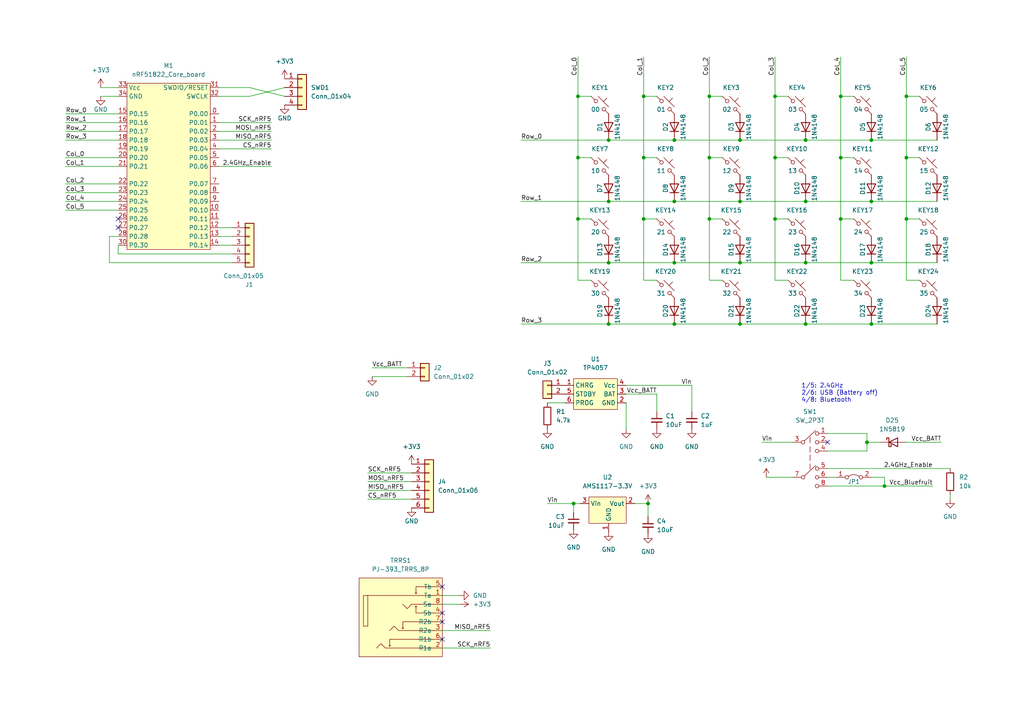
<source format=kicad_sch>
(kicad_sch (version 20211123) (generator eeschema)
  (paper "A4")
  (lib_symbols
    (symbol "Connector_Generic:Conn_01x02" (pin_names (offset 1.016) hide)
      (property "Reference" "J" (at 0 2.54 0))
      (property "Value" "Conn_01x02" (at 0 -5.08 0))
      (symbol "Conn_01x02_1_1"
        (rectangle (start -1.27 -2.413) (end 0 -2.667) (stroke (width 0.1524)))
        (rectangle (start -1.27 0.127) (end 0 -0.127) (stroke (width 0.1524)))
        (rectangle (start -1.27 1.27) (end 1.27 -3.81) (stroke (width 0.254)) (fill (type background)))
        (pin passive line (at -5.08 0 0) (length 3.81) (name "Pin_1") (number "1"))
        (pin passive line (at -5.08 -2.54 0) (length 3.81) (name "Pin_2") (number "2"))
      )
    )
    (symbol "Connector_Generic:Conn_01x04" (pin_names (offset 1.016) hide)
      (property "Reference" "J" (at 0 5.08 0))
      (property "Value" "Conn_01x04" (at 0 -7.62 0))
      (symbol "Conn_01x04_1_1"
        (rectangle (start -1.27 -4.953) (end 0 -5.207) (stroke (width 0.1524)))
        (rectangle (start -1.27 -2.413) (end 0 -2.667) (stroke (width 0.1524)))
        (rectangle (start -1.27 0.127) (end 0 -0.127) (stroke (width 0.1524)))
        (rectangle (start -1.27 2.667) (end 0 2.413) (stroke (width 0.1524)))
        (rectangle (start -1.27 3.81) (end 1.27 -6.35) (stroke (width 0.254)) (fill (type background)))
        (pin passive line (at -5.08 2.54 0) (length 3.81) (name "Pin_1") (number "1"))
        (pin passive line (at -5.08 0 0) (length 3.81) (name "Pin_2") (number "2"))
        (pin passive line (at -5.08 -2.54 0) (length 3.81) (name "Pin_3") (number "3"))
        (pin passive line (at -5.08 -5.08 0) (length 3.81) (name "Pin_4") (number "4"))
      )
    )
    (symbol "Connector_Generic:Conn_01x05" (pin_names (offset 1.016) hide)
      (property "Reference" "J" (at 0 7.62 0))
      (property "Value" "Conn_01x05" (at 0 -7.62 0))
      (symbol "Conn_01x05_1_1"
        (rectangle (start -1.27 -4.953) (end 0 -5.207) (stroke (width 0.1524)))
        (rectangle (start -1.27 -2.413) (end 0 -2.667) (stroke (width 0.1524)))
        (rectangle (start -1.27 0.127) (end 0 -0.127) (stroke (width 0.1524)))
        (rectangle (start -1.27 2.667) (end 0 2.413) (stroke (width 0.1524)))
        (rectangle (start -1.27 5.207) (end 0 4.953) (stroke (width 0.1524)))
        (rectangle (start -1.27 6.35) (end 1.27 -6.35) (stroke (width 0.254)) (fill (type background)))
        (pin passive line (at -5.08 5.08 0) (length 3.81) (name "Pin_1") (number "1"))
        (pin passive line (at -5.08 2.54 0) (length 3.81) (name "Pin_2") (number "2"))
        (pin passive line (at -5.08 0 0) (length 3.81) (name "Pin_3") (number "3"))
        (pin passive line (at -5.08 -2.54 0) (length 3.81) (name "Pin_4") (number "4"))
        (pin passive line (at -5.08 -5.08 0) (length 3.81) (name "Pin_5") (number "5"))
      )
    )
    (symbol "Connector_Generic:Conn_01x06" (pin_names (offset 1.016) hide)
      (property "Reference" "J" (at 0 7.62 0))
      (property "Value" "Conn_01x06" (at 0 -10.16 0))
      (symbol "Conn_01x06_1_1"
        (rectangle (start -1.27 -7.493) (end 0 -7.747) (stroke (width 0.1524)))
        (rectangle (start -1.27 -4.953) (end 0 -5.207) (stroke (width 0.1524)))
        (rectangle (start -1.27 -2.413) (end 0 -2.667) (stroke (width 0.1524)))
        (rectangle (start -1.27 0.127) (end 0 -0.127) (stroke (width 0.1524)))
        (rectangle (start -1.27 2.667) (end 0 2.413) (stroke (width 0.1524)))
        (rectangle (start -1.27 5.207) (end 0 4.953) (stroke (width 0.1524)))
        (rectangle (start -1.27 6.35) (end 1.27 -8.89) (stroke (width 0.254)) (fill (type background)))
        (pin passive line (at -5.08 5.08 0) (length 3.81) (name "Pin_1") (number "1"))
        (pin passive line (at -5.08 2.54 0) (length 3.81) (name "Pin_2") (number "2"))
        (pin passive line (at -5.08 0 0) (length 3.81) (name "Pin_3") (number "3"))
        (pin passive line (at -5.08 -2.54 0) (length 3.81) (name "Pin_4") (number "4"))
        (pin passive line (at -5.08 -5.08 0) (length 3.81) (name "Pin_5") (number "5"))
        (pin passive line (at -5.08 -7.62 0) (length 3.81) (name "Pin_6") (number "6"))
      )
    )
    (symbol "Device:C_Small" (pin_numbers hide) (pin_names (offset 0.254) hide)
      (property "Reference" "C" (at 0.254 1.778 0))
      (property "Value" "C_Small" (at 0.254 -2.032 0))
      (symbol "C_Small_0_1"
        (polyline (pts (xy -1.524 -0.508) (xy 1.524 -0.508)) (stroke (width 0.3302)))
        (polyline (pts (xy -1.524 0.508) (xy 1.524 0.508)) (stroke (width 0.3048)))
      )
      (symbol "C_Small_1_1"
        (pin passive line (at 0 2.54 270) (length 2.032) (name "~") (number "1"))
        (pin passive line (at 0 -2.54 90) (length 2.032) (name "~") (number "2"))
      )
    )
    (symbol "Device:R" (pin_numbers hide) (pin_names (offset 0))
      (property "Reference" "R" (at 2.032 0 90))
      (property "Value" "R" (at 0 0 90))
      (symbol "R_0_1"
        (rectangle (start -1.016 -2.54) (end 1.016 2.54) (stroke (width 0.254)))
      )
      (symbol "R_1_1"
        (pin passive line (at 0 3.81 270) (length 1.27) (name "~") (number "1"))
        (pin passive line (at 0 -3.81 90) (length 1.27) (name "~") (number "2"))
      )
    )
    (symbol "Diode:1N4148" (pin_numbers hide) (pin_names (offset 1.016) hide)
      (property "Reference" "D" (at 0 2.54 0))
      (property "Value" "1N4148" (at 0 -2.54 0))
      (symbol "1N4148_0_1"
        (polyline (pts (xy -1.27 1.27) (xy -1.27 -1.27)) (stroke (width 0.254)))
        (polyline (pts (xy 1.27 0) (xy -1.27 0)))
        (polyline (pts (xy 1.27 1.27) (xy 1.27 -1.27) (xy -1.27 0) (xy 1.27 1.27)) (stroke (width 0.254)))
      )
      (symbol "1N4148_1_1"
        (pin passive line (at -3.81 0 0) (length 2.54) (name "K") (number "1"))
        (pin passive line (at 3.81 0 180) (length 2.54) (name "A") (number "2"))
      )
    )
    (symbol "Diode:1N5819" (pin_numbers hide) (pin_names (offset 1.016) hide)
      (property "Reference" "D" (at 0 2.54 0))
      (property "Value" "1N5819" (at 0 -2.54 0))
      (symbol "1N5819_0_1"
        (polyline (pts (xy 1.27 0) (xy -1.27 0)))
        (polyline (pts (xy 1.27 1.27) (xy 1.27 -1.27) (xy -1.27 0) (xy 1.27 1.27)) (stroke (width 0.254)))
        (polyline (pts (xy -1.905 0.635) (xy -1.905 1.27) (xy -1.27 1.27) (xy -1.27 -1.27) (xy -0.635 -1.27) (xy -0.635 -0.635)) (stroke (width 0.254)))
      )
      (symbol "1N5819_1_1"
        (pin passive line (at -3.81 0 0) (length 2.54) (name "K") (number "1"))
        (pin passive line (at 3.81 0 180) (length 2.54) (name "A") (number "2"))
      )
    )
    (symbol "ErgoSNM_Keybaord_Library:AMS1117-3.3V"
      (property "Reference" "U" (at -5.08 2.54 0))
      (property "Value" "AMS1117-3.3V" (at 0 4.445 0))
      (symbol "AMS1117-3.3V_0_1"
        (rectangle (start -5.715 1.905) (end 5.08 -5.715) (fill (type background)))
      )
      (symbol "AMS1117-3.3V_1_1"
        (pin power_in line (at 0 -8.255 90) (length 2.54) (name "GND") (number "1"))
        (pin power_out line (at 7.62 0 180) (length 2.54) (name "Vout") (number "2"))
        (pin power_in line (at -8.255 0 0) (length 2.54) (name "Vin") (number "3"))
      )
    )
    (symbol "ErgoSNM_Keybaord_Library:PJ-393_TRRS_8P"
      (property "Reference" "TRRS" (at -5.08 -16.51 0))
      (property "Value" "PJ-393_TRRS_8P" (at -3.175 -18.415 0))
      (symbol "PJ-393_TRRS_8P_0_0"
        (pin bidirectional line (at 10.16 -8.89 180) (length 2.54) (name "R1a") (number "2"))
        (pin bidirectional line (at 10.16 -3.81 180) (length 2.54) (name "R2a") (number "3"))
        (pin bidirectional line (at 10.16 1.27 180) (length 2.54) (name "Sb") (number "4"))
        (pin bidirectional line (at 10.16 8.89 180) (length 2.54) (name "Tb") (number "5"))
        (pin bidirectional line (at 10.16 -6.35 180) (length 2.54) (name "R1b") (number "6"))
        (pin bidirectional line (at 10.16 -1.27 180) (length 2.54) (name "R2b") (number "7"))
        (pin bidirectional line (at 10.16 3.81 180) (length 2.54) (name "Sa") (number "8"))
      )
      (symbol "PJ-393_TRRS_8P_0_1"
        (polyline (pts (xy -5.08 -8.382) (xy -5.334 -8.128)))
        (polyline (pts (xy -5.08 -8.382) (xy -5.08 -7.62)))
        (polyline (pts (xy -5.08 -8.382) (xy -4.826 -8.128)))
        (polyline (pts (xy -1.27 -3.302) (xy -1.524 -3.048)))
        (polyline (pts (xy -1.27 -3.302) (xy -1.27 -2.54)))
        (polyline (pts (xy -1.27 -3.302) (xy -1.016 -3.048)))
        (polyline (pts (xy 2.54 3.302) (xy 2.286 3.048)))
        (polyline (pts (xy 2.54 3.302) (xy 2.54 2.54)))
        (polyline (pts (xy 2.54 3.302) (xy 2.794 3.048)))
        (polyline (pts (xy 2.54 6.858) (xy 2.286 7.112)))
        (polyline (pts (xy 2.54 6.858) (xy 2.54 7.62)))
        (polyline (pts (xy 2.54 6.858) (xy 2.794 7.112)))
        (polyline (pts (xy 7.62 3.81) (xy 1.27 3.81)))
        (polyline (pts (xy -12.7 -2.54) (xy -11.43 -2.54) (xy -11.43 6.35)))
        (polyline (pts (xy 1.27 3.81) (xy 0 2.54) (xy -1.27 3.81)))
        (polyline (pts (xy 7.62 -6.35) (xy -5.08 -6.35) (xy -5.08 -7.62)))
        (polyline (pts (xy 7.62 -1.27) (xy -1.27 -1.27) (xy -1.27 -2.54)))
        (polyline (pts (xy 7.62 1.27) (xy 2.54 1.27) (xy 2.54 2.54)))
        (polyline (pts (xy 7.62 6.35) (xy -12.7 6.35) (xy -12.7 -2.54)))
        (polyline (pts (xy 7.62 8.89) (xy 2.54 8.89) (xy 2.54 7.62)))
        (polyline (pts (xy 7.62 -8.89) (xy -6.35 -8.89) (xy -7.62 -7.62) (xy -8.89 -8.89)))
        (polyline (pts (xy 7.62 -3.81) (xy -2.54 -3.81) (xy -3.81 -2.54) (xy -5.08 -3.81)))
        (rectangle (start 10.16 11.43) (end -13.97 -11.43) (fill (type background)))
      )
      (symbol "PJ-393_TRRS_8P_1_1"
        (pin bidirectional line (at 10.16 6.35 180) (length 2.54) (name "Ta") (number "1"))
      )
    )
    (symbol "ErgoSNM_Keybaord_Library:SW_2P3T"
      (property "Reference" "SW2" (at 0 13.97 0))
      (property "Value" "SW_2P3T" (at 0 11.43 0))
      (symbol "SW_2P3T_0_1"
        (circle (center -2.032 -5.08) (radius 0.508))
        (circle (center -2.032 5.08) (radius 0.508))
        (polyline (pts (xy -1.651 -4.699) (xy 1.651 -1.651)))
        (polyline (pts (xy -1.651 5.461) (xy 1.651 8.509)))
        (polyline (pts (xy 0 -1.143) (xy 0 -2.794)))
        (polyline (pts (xy 0 1.397) (xy 0 -0.254)))
        (polyline (pts (xy 0 3.81) (xy 0 2.159)))
        (polyline (pts (xy 0 6.604) (xy 0 4.953)))
        (circle (center 2.032 -7.62) (radius 0.508))
        (circle (center 2.032 -5.08) (radius 0.508))
        (circle (center 2.032 -2.54) (radius 0.508))
        (circle (center 2.032 2.54) (radius 0.508))
        (circle (center 2.032 5.08) (radius 0.508))
        (circle (center 2.032 7.62) (radius 0.508))
      )
      (symbol "SW_2P3T_1_1"
        (pin passive line (at 5.08 7.62 180) (length 2.54) (name "") (number "1"))
        (pin passive line (at 5.08 5.08 180) (length 2.54) (name "") (number "2"))
        (pin passive line (at -5.08 5.08 0) (length 2.54) (name "") (number "3"))
        (pin passive line (at 5.08 2.54 180) (length 2.54) (name "") (number "4"))
        (pin passive line (at 5.08 -2.54 180) (length 2.54) (name "") (number "5"))
        (pin passive line (at 5.08 -5.08 180) (length 2.54) (name "") (number "6"))
        (pin passive line (at -5.08 -5.08 0) (length 2.54) (name "") (number "7"))
        (pin passive line (at 5.08 -7.62 180) (length 2.54) (name "") (number "8"))
      )
    )
    (symbol "ErgoSNM_Keybaord_Library:TP4057"
      (property "Reference" "U" (at 0 -8.255 0))
      (property "Value" "TP4057" (at 0 -5.715 0))
      (symbol "TP4057_0_1"
        (rectangle (start -6.35 4.445) (end 6.35 -4.445) (fill (type background)))
      )
      (symbol "TP4057_1_1"
        (pin output line (at -8.89 2.54 0) (length 2.54) (name "CHRG") (number "1"))
        (pin power_in line (at 8.89 -2.54 180) (length 2.54) (name "GND") (number "2"))
        (pin power_in line (at 8.89 0 180) (length 2.54) (name "BAT") (number "3"))
        (pin power_in line (at 8.89 2.54 180) (length 2.54) (name "Vcc") (number "4"))
        (pin output line (at -8.89 0 0) (length 2.54) (name "STDBY") (number "5"))
        (pin input line (at -8.89 -2.54 0) (length 2.54) (name "PROG") (number "6"))
      )
    )
    (symbol "ErgoSNM_Keybaord_Library:nRF51822_Core_board"
      (property "Reference" "M" (at 0 -25.4 0))
      (property "Value" "nRF51822_Core_board" (at 0 -22.86 0))
      (symbol "nRF51822_Core_board_0_1"
        (rectangle (start -11.43 26.67) (end 12.7 -21.59) (fill (type background)))
      )
      (symbol "nRF51822_Core_board_1_1"
        (pin bidirectional line (at 15.24 17.78 180) (length 2.54) (name "P0.00") (number "0"))
        (pin bidirectional line (at 15.24 15.24 180) (length 2.54) (name "P0.01") (number "1"))
        (pin bidirectional line (at 15.24 -10.16 180) (length 2.54) (name "P0.10") (number "10"))
        (pin bidirectional line (at 15.24 -12.7 180) (length 2.54) (name "P0.11") (number "11"))
        (pin bidirectional line (at 15.24 -15.24 180) (length 2.54) (name "P0.12") (number "12"))
        (pin bidirectional line (at 15.24 -17.78 180) (length 2.54) (name "P0.13") (number "13"))
        (pin bidirectional line (at 15.24 -20.32 180) (length 2.54) (name "P0.14") (number "14"))
        (pin bidirectional line (at -13.97 17.78 0) (length 2.54) (name "P0.15") (number "15"))
        (pin bidirectional line (at -13.97 15.24 0) (length 2.54) (name "P0.16") (number "16"))
        (pin bidirectional line (at -13.97 12.7 0) (length 2.54) (name "P0.17") (number "17"))
        (pin bidirectional line (at -13.97 10.16 0) (length 2.54) (name "P0.18") (number "18"))
        (pin bidirectional line (at -13.97 7.62 0) (length 2.54) (name "P0.19") (number "19"))
        (pin bidirectional line (at 15.24 12.7 180) (length 2.54) (name "P0.02") (number "2"))
        (pin bidirectional line (at -13.97 5.08 0) (length 2.54) (name "P0.20") (number "20"))
        (pin bidirectional line (at -13.97 2.54 0) (length 2.54) (name "P0.21") (number "21"))
        (pin bidirectional line (at -13.97 -2.54 0) (length 2.54) (name "P0.22") (number "22"))
        (pin bidirectional line (at -13.97 -5.08 0) (length 2.54) (name "P0.23") (number "23"))
        (pin bidirectional line (at -13.97 -7.62 0) (length 2.54) (name "P0.24") (number "24"))
        (pin bidirectional line (at -13.97 -10.16 0) (length 2.54) (name "P0.25") (number "25"))
        (pin bidirectional line (at -13.97 -12.7 0) (length 2.54) (name "P0.26") (number "26"))
        (pin bidirectional line (at -13.97 -15.24 0) (length 2.54) (name "P0.27") (number "27"))
        (pin bidirectional line (at -13.97 -17.78 0) (length 2.54) (name "P0.28") (number "28"))
        (pin bidirectional line (at 15.24 10.16 180) (length 2.54) (name "P0.03") (number "3"))
        (pin bidirectional line (at -13.97 -20.32 0) (length 2.54) (name "P0.30") (number "30"))
        (pin bidirectional line (at 15.24 25.4 180) (length 2.54) (name "SWDIO/RESET") (number "31"))
        (pin bidirectional line (at 15.24 22.86 180) (length 2.54) (name "SWCLK") (number "32"))
        (pin power_in line (at -13.97 25.4 0) (length 2.54) (name "Vcc") (number "33"))
        (pin power_in line (at -13.97 22.86 0) (length 2.54) (name "GND") (number "34"))
        (pin bidirectional line (at 15.24 7.62 180) (length 2.54) (name "P0.04") (number "4"))
        (pin bidirectional line (at 15.24 5.08 180) (length 2.54) (name "P0.05") (number "5"))
        (pin bidirectional line (at 15.24 2.54 180) (length 2.54) (name "P0.06") (number "6"))
        (pin bidirectional line (at 15.24 -2.54 180) (length 2.54) (name "P0.07") (number "7"))
        (pin bidirectional line (at 15.24 -5.08 180) (length 2.54) (name "P0.08") (number "8"))
        (pin bidirectional line (at 15.24 -7.62 180) (length 2.54) (name "P0.09") (number "9"))
      )
    )
    (symbol "Jumper:Jumper_2_Bridged" (pin_names (offset 0) hide)
      (property "Reference" "JP" (at 0 1.905 0))
      (property "Value" "Jumper_2_Bridged" (at 0 -2.54 0))
      (symbol "Jumper_2_Bridged_0_0"
        (circle (center -2.032 0) (radius 0.508))
        (circle (center 2.032 0) (radius 0.508))
      )
      (symbol "Jumper_2_Bridged_0_1"
        (arc (start 1.524 0.254) (mid 0 0.762) (end -1.524 0.254))
      )
      (symbol "Jumper_2_Bridged_1_1"
        (pin passive line (at -5.08 0 0) (length 2.54) (name "A") (number "1"))
        (pin passive line (at 5.08 0 180) (length 2.54) (name "B") (number "2"))
      )
    )
    (symbol "Switch:SW_Push_45deg" (pin_numbers hide) (pin_names (offset 1.016) hide)
      (property "Reference" "SW" (at 3.048 1.016 0))
      (property "Value" "SW_Push_45deg" (at 0 -3.81 0))
      (symbol "SW_Push_45deg_0_1"
        (circle (center -1.1684 1.1684) (radius 0.508))
        (polyline (pts (xy -0.508 2.54) (xy 2.54 -0.508)))
        (polyline (pts (xy 1.016 1.016) (xy 2.032 2.032)))
        (polyline (pts (xy -2.54 2.54) (xy -1.524 1.524) (xy -1.524 1.524)))
        (polyline (pts (xy 1.524 -1.524) (xy 2.54 -2.54) (xy 2.54 -2.54) (xy 2.54 -2.54)))
        (circle (center 1.143 -1.1938) (radius 0.508))
        (pin passive line (at -2.54 2.54 0) (length 0) (name "1") (number "1"))
        (pin passive line (at 2.54 -2.54 180) (length 0) (name "2") (number "2"))
      )
    )
    (symbol "power:+3.3V" (power) (pin_names (offset 0))
      (property "Value" "+3.3V" (at 0 3.556 0))
      (symbol "+3.3V_0_1"
        (polyline (pts (xy -0.762 1.27) (xy 0 2.54)))
        (polyline (pts (xy 0 0) (xy 0 2.54)))
        (polyline (pts (xy 0 2.54) (xy 0.762 1.27)))
      )
      (symbol "+3.3V_1_1"
        (pin power_in line (at 0 0 90) (length 0) hide (name "+3V3") (number "1"))
      )
    )
    (symbol "power:GND" (power) (pin_names (offset 0))
      (property "Value" "GND" (at 0 -3.81 0))
      (symbol "GND_0_1"
        (polyline (pts (xy 0 0) (xy 0 -1.27) (xy 1.27 -1.27) (xy 0 -2.54) (xy -1.27 -1.27) (xy 0 -1.27)))
      )
      (symbol "GND_1_1"
        (pin power_in line (at 0 0 270) (length 0) hide (name "GND") (number "1"))
      )
    )
  )
  (junction (at 166.37 146.05))
  (junction (at 214.63 76.2))
  (junction (at 167.64 63.5))
  (junction (at 214.63 93.98))
  (junction (at 243.84 63.5))
  (junction (at 252.73 93.98))
  (junction (at 262.89 63.5))
  (junction (at 186.69 63.5))
  (junction (at 243.84 45.72))
  (junction (at 224.79 27.94))
  (junction (at 186.69 27.94))
  (junction (at 195.58 76.2))
  (junction (at 252.73 40.64))
  (junction (at 224.79 45.72))
  (junction (at 233.68 58.42))
  (junction (at 224.79 63.5))
  (junction (at 205.74 45.72))
  (junction (at 176.53 40.64))
  (junction (at 176.53 93.98))
  (junction (at 214.63 40.64))
  (junction (at 252.73 58.42))
  (junction (at 233.68 40.64))
  (junction (at 205.74 63.5))
  (junction (at 262.89 45.72))
  (junction (at 243.84 27.94))
  (junction (at 205.74 27.94))
  (junction (at 167.64 27.94))
  (junction (at 186.69 45.72))
  (junction (at 176.53 76.2))
  (junction (at 187.96 146.05))
  (junction (at 233.68 93.98))
  (junction (at 262.89 27.94))
  (junction (at 195.58 93.98))
  (junction (at 167.64 45.72))
  (junction (at 233.68 76.2))
  (junction (at 195.58 58.42))
  (junction (at 214.63 58.42))
  (junction (at 252.73 76.2))
  (junction (at 251.46 128.27))
  (junction (at 195.58 40.64))
  (junction (at 256.54 140.97))
  (junction (at 176.53 58.42))
  (no_connect (at 34.29 63.5))
  (no_connect (at 128.27 177.8))
  (no_connect (at 128.27 170.18))
  (no_connect (at 128.27 180.34))
  (no_connect (at 240.03 128.27))
  (no_connect (at 34.29 66.04))
  (no_connect (at 128.27 185.42))
  (wire (pts (xy 142.24 182.88) (xy 128.27 182.88)))
  (wire (pts (xy 151.13 93.98) (xy 176.53 93.98)))
  (wire (pts (xy 151.13 76.2) (xy 176.53 76.2)))
  (wire (pts (xy 228.6 63.5) (xy 224.79 63.5)))
  (wire (pts (xy 181.61 124.46) (xy 181.61 116.84)))
  (wire (pts (xy 106.68 142.24) (xy 119.38 142.24)))
  (wire (pts (xy 205.74 45.72) (xy 205.74 63.5)))
  (wire (pts (xy 240.03 135.89) (xy 275.59 135.89)))
  (wire (pts (xy 266.7 63.5) (xy 262.89 63.5)))
  (wire (pts (xy 270.51 140.97) (xy 256.54 140.97)))
  (wire (pts (xy 195.58 40.64) (xy 214.63 40.64)))
  (wire (pts (xy 209.55 45.72) (xy 205.74 45.72)))
  (wire (pts (xy 19.05 48.26) (xy 34.29 48.26)))
  (wire (pts (xy 214.63 40.64) (xy 233.68 40.64)))
  (wire (pts (xy 133.35 175.26) (xy 128.27 175.26)))
  (wire (pts (xy 190.5 27.94) (xy 186.69 27.94)))
  (wire (pts (xy 171.45 81.28) (xy 167.64 81.28)))
  (wire (pts (xy 222.25 138.43) (xy 229.87 138.43)))
  (wire (pts (xy 252.73 76.2) (xy 271.78 76.2)))
  (wire (pts (xy 19.05 58.42) (xy 34.29 58.42)))
  (wire (pts (xy 176.53 76.2) (xy 195.58 76.2)))
  (wire (pts (xy 158.75 146.05) (xy 166.37 146.05)))
  (wire (pts (xy 243.84 16.51) (xy 243.84 27.94)))
  (wire (pts (xy 63.5 27.94) (xy 72.39 27.94)))
  (wire (pts (xy 186.69 45.72) (xy 186.69 63.5)))
  (wire (pts (xy 255.27 128.27) (xy 251.46 128.27)))
  (wire (pts (xy 214.63 58.42) (xy 233.68 58.42)))
  (wire (pts (xy 78.74 48.26) (xy 63.5 48.26)))
  (wire (pts (xy 107.95 106.68) (xy 118.11 106.68)))
  (wire (pts (xy 240.03 138.43) (xy 242.57 138.43)))
  (wire (pts (xy 224.79 27.94) (xy 224.79 45.72)))
  (wire (pts (xy 142.24 187.96) (xy 128.27 187.96)))
  (wire (pts (xy 72.39 25.4) (xy 82.55 27.94)))
  (wire (pts (xy 243.84 63.5) (xy 243.84 81.28)))
  (wire (pts (xy 233.68 93.98) (xy 252.73 93.98)))
  (wire (pts (xy 168.275 146.05) (xy 166.37 146.05)))
  (wire (pts (xy 247.65 63.5) (xy 243.84 63.5)))
  (wire (pts (xy 214.63 93.98) (xy 233.68 93.98)))
  (wire (pts (xy 19.05 45.72) (xy 34.29 45.72)))
  (wire (pts (xy 19.05 40.64) (xy 34.29 40.64)))
  (wire (pts (xy 200.66 119.38) (xy 200.66 111.76)))
  (wire (pts (xy 67.31 73.66) (xy 34.29 73.66)))
  (wire (pts (xy 171.45 63.5) (xy 167.64 63.5)))
  (wire (pts (xy 63.5 25.4) (xy 72.39 25.4)))
  (wire (pts (xy 166.37 146.05) (xy 166.37 148.59)))
  (wire (pts (xy 19.05 60.96) (xy 34.29 60.96)))
  (wire (pts (xy 186.69 63.5) (xy 186.69 81.28)))
  (wire (pts (xy 251.46 130.81) (xy 251.46 128.27)))
  (wire (pts (xy 106.68 144.78) (xy 119.38 144.78)))
  (wire (pts (xy 233.68 76.2) (xy 252.73 76.2)))
  (wire (pts (xy 256.54 140.97) (xy 256.54 138.43)))
  (wire (pts (xy 262.89 63.5) (xy 262.89 81.28)))
  (wire (pts (xy 167.64 27.94) (xy 167.64 45.72)))
  (wire (pts (xy 205.74 16.51) (xy 205.74 27.94)))
  (wire (pts (xy 167.64 45.72) (xy 167.64 63.5)))
  (wire (pts (xy 67.31 76.2) (xy 31.75 76.2)))
  (wire (pts (xy 167.64 63.5) (xy 167.64 81.28)))
  (wire (pts (xy 252.73 138.43) (xy 256.54 138.43)))
  (wire (pts (xy 220.98 128.27) (xy 229.87 128.27)))
  (wire (pts (xy 251.46 128.27) (xy 251.46 125.73)))
  (wire (pts (xy 31.75 76.2) (xy 31.75 68.58)))
  (wire (pts (xy 186.69 16.51) (xy 186.69 27.94)))
  (wire (pts (xy 72.39 27.94) (xy 82.55 25.4)))
  (wire (pts (xy 247.65 27.94) (xy 243.84 27.94)))
  (wire (pts (xy 167.64 16.51) (xy 167.64 27.94)))
  (wire (pts (xy 266.7 45.72) (xy 262.89 45.72)))
  (wire (pts (xy 19.05 38.1) (xy 34.29 38.1)))
  (wire (pts (xy 158.75 116.84) (xy 163.83 116.84)))
  (wire (pts (xy 181.61 111.76) (xy 200.66 111.76)))
  (wire (pts (xy 209.55 81.28) (xy 205.74 81.28)))
  (wire (pts (xy 63.5 43.18) (xy 78.74 43.18)))
  (wire (pts (xy 67.31 71.12) (xy 63.5 71.12)))
  (wire (pts (xy 187.96 146.05) (xy 187.96 149.86)))
  (wire (pts (xy 252.73 93.98) (xy 271.78 93.98)))
  (wire (pts (xy 29.21 27.94) (xy 34.29 27.94)))
  (wire (pts (xy 240.03 140.97) (xy 256.54 140.97)))
  (wire (pts (xy 205.74 63.5) (xy 205.74 81.28)))
  (wire (pts (xy 151.13 40.64) (xy 176.53 40.64)))
  (wire (pts (xy 228.6 27.94) (xy 224.79 27.94)))
  (wire (pts (xy 31.75 68.58) (xy 34.29 68.58)))
  (wire (pts (xy 233.68 40.64) (xy 252.73 40.64)))
  (wire (pts (xy 176.53 93.98) (xy 195.58 93.98)))
  (wire (pts (xy 29.21 25.4) (xy 34.29 25.4)))
  (wire (pts (xy 19.05 53.34) (xy 34.29 53.34)))
  (wire (pts (xy 190.5 63.5) (xy 186.69 63.5)))
  (wire (pts (xy 106.68 139.7) (xy 119.38 139.7)))
  (wire (pts (xy 243.84 45.72) (xy 243.84 63.5)))
  (wire (pts (xy 240.03 125.73) (xy 251.46 125.73)))
  (wire (pts (xy 262.89 16.51) (xy 262.89 27.94)))
  (wire (pts (xy 190.5 45.72) (xy 186.69 45.72)))
  (wire (pts (xy 240.03 130.81) (xy 251.46 130.81)))
  (wire (pts (xy 266.7 81.28) (xy 262.89 81.28)))
  (wire (pts (xy 176.53 40.64) (xy 195.58 40.64)))
  (wire (pts (xy 181.61 114.3) (xy 190.5 114.3)))
  (wire (pts (xy 67.31 66.04) (xy 63.5 66.04)))
  (wire (pts (xy 63.5 35.56) (xy 78.74 35.56)))
  (wire (pts (xy 247.65 45.72) (xy 243.84 45.72)))
  (wire (pts (xy 190.5 119.38) (xy 190.5 114.3)))
  (wire (pts (xy 262.89 45.72) (xy 262.89 63.5)))
  (wire (pts (xy 273.05 128.27) (xy 262.89 128.27)))
  (wire (pts (xy 133.35 172.72) (xy 128.27 172.72)))
  (wire (pts (xy 171.45 45.72) (xy 167.64 45.72)))
  (wire (pts (xy 243.84 27.94) (xy 243.84 45.72)))
  (wire (pts (xy 224.79 63.5) (xy 224.79 81.28)))
  (wire (pts (xy 209.55 27.94) (xy 205.74 27.94)))
  (wire (pts (xy 107.95 109.22) (xy 118.11 109.22)))
  (wire (pts (xy 63.5 40.64) (xy 78.74 40.64)))
  (wire (pts (xy 195.58 93.98) (xy 214.63 93.98)))
  (wire (pts (xy 228.6 45.72) (xy 224.79 45.72)))
  (wire (pts (xy 209.55 63.5) (xy 205.74 63.5)))
  (wire (pts (xy 247.65 81.28) (xy 243.84 81.28)))
  (wire (pts (xy 195.58 58.42) (xy 214.63 58.42)))
  (wire (pts (xy 176.53 58.42) (xy 195.58 58.42)))
  (wire (pts (xy 190.5 81.28) (xy 186.69 81.28)))
  (wire (pts (xy 262.89 27.94) (xy 262.89 45.72)))
  (wire (pts (xy 252.73 58.42) (xy 271.78 58.42)))
  (wire (pts (xy 233.68 58.42) (xy 252.73 58.42)))
  (wire (pts (xy 252.73 40.64) (xy 271.78 40.64)))
  (wire (pts (xy 228.6 81.28) (xy 224.79 81.28)))
  (wire (pts (xy 214.63 76.2) (xy 233.68 76.2)))
  (wire (pts (xy 224.79 16.51) (xy 224.79 27.94)))
  (wire (pts (xy 19.05 35.56) (xy 34.29 35.56)))
  (wire (pts (xy 19.05 33.02) (xy 34.29 33.02)))
  (wire (pts (xy 19.05 55.88) (xy 34.29 55.88)))
  (wire (pts (xy 195.58 76.2) (xy 214.63 76.2)))
  (wire (pts (xy 34.29 73.66) (xy 34.29 71.12)))
  (wire (pts (xy 151.13 58.42) (xy 176.53 58.42)))
  (wire (pts (xy 266.7 27.94) (xy 262.89 27.94)))
  (wire (pts (xy 275.59 143.51) (xy 275.59 144.78)))
  (wire (pts (xy 205.74 27.94) (xy 205.74 45.72)))
  (wire (pts (xy 186.69 27.94) (xy 186.69 45.72)))
  (wire (pts (xy 63.5 38.1) (xy 78.74 38.1)))
  (wire (pts (xy 67.31 68.58) (xy 63.5 68.58)))
  (wire (pts (xy 171.45 27.94) (xy 167.64 27.94)))
  (wire (pts (xy 106.68 137.16) (xy 119.38 137.16)))
  (wire (pts (xy 224.79 45.72) (xy 224.79 63.5)))
  (wire (pts (xy 184.15 146.05) (xy 187.96 146.05)))
  (text "1/5: 2.4GHz\n2/6: USB (Battery off)\n4/8: Bluetooth" (at 232.41 116.84 0) (effects (font (size 1.27 1.27)) (justify left bottom)))
  (label "Vcc_BATT" (at 273.05 128.27 180))
  (label "SCK_nRF5" (at 106.68 137.16 0))
  (label "2.4GHz_Enable" (at 270.51 135.89 180))
  (label "Row_1" (at 19.05 35.56 0))
  (label "Row_1" (at 151.13 58.42 0))
  (label "MOSI_nRF5" (at 78.74 38.1 180))
  (label "Row_2" (at 19.05 38.1 0))
  (label "CS_nRF5" (at 78.74 43.18 180))
  (label "Col_3" (at 19.05 55.88 0))
  (label "Vcc_BATT" (at 190.5 114.3 180))
  (label "Vcc_Bluefruit" (at 270.51 140.97 180))
  (label "Row_2" (at 151.13 76.2 0))
  (label "Vin" (at 220.98 128.27 0))
  (label "Col_1" (at 19.05 48.26 0))
  (label "Row_0" (at 151.13 40.64 0))
  (label "2.4GHz_Enable" (at 78.74 48.26 180))
  (label "Row_3" (at 19.05 40.64 0))
  (label "SCK_nRF5" (at 142.24 187.96 180))
  (label "Col_4" (at 243.84 16.51 270))
  (label "Col_1" (at 186.69 16.51 270))
  (label "Col_5" (at 262.89 16.51 270))
  (label "Col_4" (at 19.05 58.42 0))
  (label "Col_2" (at 19.05 53.34 0))
  (label "MISO_nRF5" (at 142.24 182.88 180))
  (label "Vin" (at 200.66 111.76 180))
  (label "Vin" (at 158.75 146.05 0))
  (label "Col_2" (at 205.74 16.51 270))
  (label "Col_0" (at 19.05 45.72 0))
  (label "Col_0" (at 167.64 16.51 270))
  (label "Row_3" (at 151.13 93.98 0))
  (label "CS_nRF5" (at 106.68 144.78 0))
  (label "Vcc_BATT" (at 107.95 106.68 0))
  (label "Col_5" (at 19.05 60.96 0))
  (label "SCK_nRF5" (at 78.74 35.56 180))
  (label "MISO_nRF5" (at 78.74 40.64 180))
  (label "Col_3" (at 224.79 16.51 270))
  (label "MOSI_nRF5" (at 106.68 139.7 0))
  (label "MISO_nRF5" (at 106.68 142.24 0))
  (label "Row_0" (at 19.05 33.02 0))
  (symbol (lib_id "power:+3.3V") (at 187.96 146.05 0) (unit 1)
    (property "Reference" "#PWR016" (effects hide))
    (property "Value" "+3.3V" (at 187.96 140.97 0))
  )
  (symbol (lib_id "Diode:1N4148") (at 252.73 72.39 90) (unit 1)
    (property "Reference" "D17" (at 250.19 72.39 0))
    (property "Value" "1N4148" (at 255.27 72.39 0))
    (property "Footprint" "Diode_SMD:D_0603_1608Metric_Pad1.05x0.95mm_HandSolder" (effects hide))
    (property "Datasheet" "https://assets.nexperia.com/documents/data-sheet/1N4148_1N4448.pdf" (effects hide))
  )
  (symbol (lib_id "Device:R") (at 275.59 139.7 0) (unit 1)
    (property "Reference" "R2" (at 278.13 138.4299 0) (effects (justify left)))
    (property "Value" "10k" (at 278.13 140.9699 0) (effects (justify left)))
    (property "Footprint" "Resistor_SMD:R_0603_1608Metric_Pad0.98x0.95mm_HandSolder" (effects hide))
  )
  (symbol (lib_id "ErgoSNM_Keybaord_Library:AMS1117-3.3V") (at 176.53 146.05 0) (unit 1)
    (property "Reference" "U2" (at 176.2125 138.43 0))
    (property "Value" "AMS1117-3.3V" (at 176.2125 140.97 0))
    (property "Footprint" "Package_TO_SOT_SMD:SOT-223" (effects hide))
  )
  (symbol (lib_id "ErgoSNM_Keybaord_Library:TP4057") (at 172.72 114.3 0) (unit 1)
    (property "Reference" "U1" (at 172.72 104.14 0))
    (property "Value" "TP4057" (at 172.72 106.68 0))
    (property "Footprint" "Package_TO_SOT_SMD:SOT-23-6_Handsoldering" (effects hide))
  )
  (symbol (lib_id "power:GND") (at 187.96 154.94 0) (unit 1)
    (property "Reference" "#PWR019" (effects hide))
    (property "Value" "GND" (at 187.96 160.02 0))
  )
  (symbol (lib_id "ErgoSNM_Keybaord_Library:PJ-393_TRRS_8P") (at 118.11 179.07 0) (unit 1)
    (property "Reference" "TRRS1" (at 116.205 162.56 0))
    (property "Value" "PJ-393_TRRS_8P" (at 116.205 165.1 0))
    (property "Footprint" "ErgoSNM_Keybaord:PJ-393" (effects hide))
  )
  (symbol (lib_id "Switch:SW_Push_45deg") (at 269.24 66.04 0) (unit 1)
    (property "Reference" "KEY18" (at 269.24 60.96 0))
    (property "Value" "25" (at 267.97 67.31 0))
    (property "Footprint" "key-switches:MX_Switch_Gateron_socket_A" (effects hide))
  )
  (symbol (lib_id "Diode:1N4148") (at 176.53 36.83 90) (unit 1)
    (property "Reference" "D1" (at 173.99 36.83 0))
    (property "Value" "1N4148" (at 179.07 36.83 0))
    (property "Footprint" "Diode_SMD:D_0603_1608Metric_Pad1.05x0.95mm_HandSolder" (effects hide))
    (property "Datasheet" "https://assets.nexperia.com/documents/data-sheet/1N4148_1N4448.pdf" (effects hide))
  )
  (symbol (lib_id "power:GND") (at 275.59 144.78 0) (unit 1)
    (property "Reference" "#PWR012" (effects hide))
    (property "Value" "GND" (at 275.59 149.86 0))
  )
  (symbol (lib_id "power:GND") (at 82.55 30.48 0) (unit 1)
    (property "Reference" "#PWR04" (effects hide))
    (property "Value" "GND" (at 82.55 34.29 0))
  )
  (symbol (lib_id "power:+3.3V") (at 133.35 175.26 270) (unit 1)
    (property "Reference" "#PWR015" (effects hide))
    (property "Value" "+3.3V" (at 137.16 175.2599 90) (effects (justify left)))
  )
  (symbol (lib_id "Switch:SW_Push_45deg") (at 250.19 83.82 0) (unit 1)
    (property "Reference" "KEY23" (at 250.19 78.74 0))
    (property "Value" "34" (at 248.92 85.09 0))
    (property "Footprint" "key-switches:MX_Switch_Gateron_socket_A" (effects hide))
  )
  (symbol (lib_id "Device:C_Small") (at 190.5 121.92 0) (unit 1)
    (property "Reference" "C1" (at 193.04 120.6562 0) (effects (justify left)))
    (property "Value" "10uF" (at 193.04 123.1962 0) (effects (justify left)))
    (property "Footprint" "Capacitor_SMD:C_0603_1608Metric_Pad1.08x0.95mm_HandSolder" (effects hide))
  )
  (symbol (lib_id "Switch:SW_Push_45deg") (at 193.04 83.82 0) (unit 1)
    (property "Reference" "KEY20" (at 193.04 78.74 0))
    (property "Value" "31" (at 191.77 85.09 0))
    (property "Footprint" "key-switches:MX_Switch_Gateron_socket_A" (effects hide))
  )
  (symbol (lib_id "Diode:1N4148") (at 195.58 90.17 90) (unit 1)
    (property "Reference" "D20" (at 193.04 90.17 0))
    (property "Value" "1N4148" (at 198.12 90.17 0))
    (property "Footprint" "Diode_SMD:D_0603_1608Metric_Pad1.05x0.95mm_HandSolder" (effects hide))
    (property "Datasheet" "https://assets.nexperia.com/documents/data-sheet/1N4148_1N4448.pdf" (effects hide))
  )
  (symbol (lib_id "Switch:SW_Push_45deg") (at 269.24 83.82 0) (unit 1)
    (property "Reference" "KEY24" (at 269.24 78.74 0))
    (property "Value" "35" (at 267.97 85.09 0))
    (property "Footprint" "key-switches:MX_Switch_Gateron_socket_A" (effects hide))
  )
  (symbol (lib_id "Diode:1N4148") (at 176.53 72.39 90) (unit 1)
    (property "Reference" "D13" (at 173.99 72.39 0))
    (property "Value" "1N4148" (at 179.07 72.39 0))
    (property "Footprint" "Diode_SMD:D_0603_1608Metric_Pad1.05x0.95mm_HandSolder" (effects hide))
    (property "Datasheet" "https://assets.nexperia.com/documents/data-sheet/1N4148_1N4448.pdf" (effects hide))
  )
  (symbol (lib_id "Switch:SW_Push_45deg") (at 269.24 48.26 0) (unit 1)
    (property "Reference" "KEY12" (at 269.24 43.18 0))
    (property "Value" "15" (at 267.97 49.53 0))
    (property "Footprint" "key-switches:MX_Switch_Gateron_socket_A" (effects hide))
  )
  (symbol (lib_id "Device:C_Small") (at 187.96 152.4 0) (unit 1)
    (property "Reference" "C4" (at 190.5 151.1362 0) (effects (justify left)))
    (property "Value" "10uF" (at 190.5 153.6762 0) (effects (justify left)))
    (property "Footprint" "Capacitor_SMD:C_0603_1608Metric_Pad1.08x0.95mm_HandSolder" (effects hide))
  )
  (symbol (lib_id "Switch:SW_Push_45deg") (at 250.19 30.48 0) (unit 1)
    (property "Reference" "KEY5" (at 250.19 25.4 0))
    (property "Value" "04" (at 248.92 31.75 0))
    (property "Footprint" "key-switches:MX_Switch_Gateron_socket_A" (effects hide))
  )
  (symbol (lib_id "Switch:SW_Push_45deg") (at 231.14 48.26 0) (unit 1)
    (property "Reference" "KEY10" (at 231.14 43.18 0))
    (property "Value" "13" (at 229.87 49.53 0))
    (property "Footprint" "key-switches:MX_Switch_Gateron_socket_A" (effects hide))
  )
  (symbol (lib_id "power:+3.3V") (at 119.38 134.62 0) (unit 1)
    (property "Reference" "#PWR06" (effects hide))
    (property "Value" "+3.3V" (at 119.38 129.54 0))
  )
  (symbol (lib_id "power:GND") (at 176.53 154.305 0) (unit 1)
    (property "Reference" "#PWR018" (effects hide))
    (property "Value" "GND" (at 176.53 159.385 0))
  )
  (symbol (lib_id "Diode:1N4148") (at 233.68 54.61 90) (unit 1)
    (property "Reference" "D10" (at 231.14 54.61 0))
    (property "Value" "1N4148" (at 236.22 54.61 0))
    (property "Footprint" "Diode_SMD:D_0603_1608Metric_Pad1.05x0.95mm_HandSolder" (effects hide))
    (property "Datasheet" "https://assets.nexperia.com/documents/data-sheet/1N4148_1N4448.pdf" (effects hide))
  )
  (symbol (lib_id "Switch:SW_Push_45deg") (at 212.09 66.04 0) (unit 1)
    (property "Reference" "KEY15" (at 212.09 60.96 0))
    (property "Value" "22" (at 210.82 67.31 0))
    (property "Footprint" "key-switches:MX_Switch_Gateron_socket_A" (effects hide))
  )
  (symbol (lib_id "Switch:SW_Push_45deg") (at 173.99 30.48 0) (unit 1)
    (property "Reference" "KEY1" (at 173.99 25.4 0))
    (property "Value" "00" (at 172.72 31.75 0))
    (property "Footprint" "key-switches:MX_Switch_Gateron_socket_A" (effects hide))
  )
  (symbol (lib_id "Diode:1N4148") (at 252.73 36.83 90) (unit 1)
    (property "Reference" "D5" (at 250.19 36.83 0))
    (property "Value" "1N4148" (at 255.27 36.83 0))
    (property "Footprint" "Diode_SMD:D_0603_1608Metric_Pad1.05x0.95mm_HandSolder" (effects hide))
    (property "Datasheet" "https://assets.nexperia.com/documents/data-sheet/1N4148_1N4448.pdf" (effects hide))
  )
  (symbol (lib_id "Switch:SW_Push_45deg") (at 193.04 66.04 0) (unit 1)
    (property "Reference" "KEY14" (at 193.04 60.96 0))
    (property "Value" "21" (at 191.77 67.31 0))
    (property "Footprint" "key-switches:MX_Switch_Gateron_socket_A" (effects hide))
  )
  (symbol (lib_id "power:+3.3V") (at 82.55 22.86 0) (unit 1)
    (property "Reference" "#PWR01" (effects hide))
    (property "Value" "+3.3V" (at 82.55 17.78 0))
  )
  (symbol (lib_id "Diode:1N4148") (at 214.63 36.83 90) (unit 1)
    (property "Reference" "D3" (at 212.09 36.83 0))
    (property "Value" "1N4148" (at 217.17 36.83 0))
    (property "Footprint" "Diode_SMD:D_0603_1608Metric_Pad1.05x0.95mm_HandSolder" (effects hide))
    (property "Datasheet" "https://assets.nexperia.com/documents/data-sheet/1N4148_1N4448.pdf" (effects hide))
  )
  (symbol (lib_id "Device:C_Small") (at 166.37 151.13 0) (mirror y) (unit 1)
    (property "Reference" "C3" (at 163.83 149.8662 0) (effects (justify left)))
    (property "Value" "10uF" (at 163.83 152.4062 0) (effects (justify left)))
    (property "Footprint" "Capacitor_SMD:C_0603_1608Metric_Pad1.08x0.95mm_HandSolder" (effects hide))
  )
  (symbol (lib_id "Diode:1N4148") (at 195.58 36.83 90) (unit 1)
    (property "Reference" "D2" (at 193.04 36.83 0))
    (property "Value" "1N4148" (at 198.12 36.83 0))
    (property "Footprint" "Diode_SMD:D_0603_1608Metric_Pad1.05x0.95mm_HandSolder" (effects hide))
    (property "Datasheet" "https://assets.nexperia.com/documents/data-sheet/1N4148_1N4448.pdf" (effects hide))
  )
  (symbol (lib_id "power:GND") (at 190.5 124.46 0) (unit 1)
    (property "Reference" "#PWR010" (effects hide))
    (property "Value" "GND" (at 190.5 129.54 0))
  )
  (symbol (lib_id "Diode:1N4148") (at 271.78 90.17 90) (unit 1)
    (property "Reference" "D24" (at 269.24 90.17 0))
    (property "Value" "1N4148" (at 274.32 90.17 0))
    (property "Footprint" "Diode_SMD:D_0603_1608Metric_Pad1.05x0.95mm_HandSolder" (effects hide))
    (property "Datasheet" "https://assets.nexperia.com/documents/data-sheet/1N4148_1N4448.pdf" (effects hide))
  )
  (symbol (lib_id "Switch:SW_Push_45deg") (at 193.04 48.26 0) (unit 1)
    (property "Reference" "KEY8" (at 193.04 43.18 0))
    (property "Value" "11" (at 191.77 49.53 0))
    (property "Footprint" "key-switches:MX_Switch_Gateron_socket_A" (effects hide))
  )
  (symbol (lib_id "Device:R") (at 158.75 120.65 0) (unit 1)
    (property "Reference" "R1" (at 161.29 119.3799 0) (effects (justify left)))
    (property "Value" "4.7k" (at 161.29 121.9199 0) (effects (justify left)))
    (property "Footprint" "Resistor_SMD:R_0603_1608Metric_Pad0.98x0.95mm_HandSolder" (effects hide))
  )
  (symbol (lib_id "power:GND") (at 181.61 124.46 0) (unit 1)
    (property "Reference" "#PWR09" (effects hide))
    (property "Value" "GND" (at 181.61 129.54 0))
  )
  (symbol (lib_id "Diode:1N4148") (at 233.68 36.83 90) (unit 1)
    (property "Reference" "D4" (at 231.14 36.83 0))
    (property "Value" "1N4148" (at 236.22 36.83 0))
    (property "Footprint" "Diode_SMD:D_0603_1608Metric_Pad1.05x0.95mm_HandSolder" (effects hide))
    (property "Datasheet" "https://assets.nexperia.com/documents/data-sheet/1N4148_1N4448.pdf" (effects hide))
  )
  (symbol (lib_id "Switch:SW_Push_45deg") (at 173.99 66.04 0) (unit 1)
    (property "Reference" "KEY13" (at 173.99 60.96 0))
    (property "Value" "20" (at 172.72 67.31 0))
    (property "Footprint" "key-switches:MX_Switch_Gateron_socket_A" (effects hide))
  )
  (symbol (lib_id "power:+3.3V") (at 222.25 138.43 0) (unit 1)
    (property "Reference" "#PWR07" (effects hide))
    (property "Value" "+3.3V" (at 222.25 133.35 0))
  )
  (symbol (lib_id "Connector_Generic:Conn_01x05") (at 72.39 71.12 0) (unit 1)
    (property "Reference" "J1" (at 71.12 82.55 0) (effects (justify left)))
    (property "Value" "Conn_01x05" (at 64.77 80.01 0) (effects (justify left)))
    (property "Footprint" "Connector_PinHeader_2.54mm:PinHeader_1x05_P2.54mm_Vertical" (effects hide))
  )
  (symbol (lib_id "Switch:SW_Push_45deg") (at 250.19 48.26 0) (unit 1)
    (property "Reference" "KEY11" (at 250.19 43.18 0))
    (property "Value" "14" (at 248.92 49.53 0))
    (property "Footprint" "key-switches:MX_Switch_Gateron_socket_A" (effects hide))
  )
  (symbol (lib_id "Connector_Generic:Conn_01x06") (at 124.46 139.7 0) (unit 1)
    (property "Reference" "J4" (at 127 139.6999 0) (effects (justify left)))
    (property "Value" "Conn_01x06" (at 127 142.2399 0) (effects (justify left)))
    (property "Footprint" "Connector_PinHeader_2.54mm:PinHeader_1x06_P2.54mm_Vertical" (effects hide))
  )
  (symbol (lib_id "Diode:1N4148") (at 195.58 72.39 90) (unit 1)
    (property "Reference" "D14" (at 193.04 72.39 0))
    (property "Value" "1N4148" (at 198.12 72.39 0))
    (property "Footprint" "Diode_SMD:D_0603_1608Metric_Pad1.05x0.95mm_HandSolder" (effects hide))
    (property "Datasheet" "https://assets.nexperia.com/documents/data-sheet/1N4148_1N4448.pdf" (effects hide))
  )
  (symbol (lib_id "Diode:1N4148") (at 176.53 90.17 90) (unit 1)
    (property "Reference" "D19" (at 173.99 90.17 0))
    (property "Value" "1N4148" (at 179.07 90.17 0))
    (property "Footprint" "Diode_SMD:D_0603_1608Metric_Pad1.05x0.95mm_HandSolder" (effects hide))
    (property "Datasheet" "https://assets.nexperia.com/documents/data-sheet/1N4148_1N4448.pdf" (effects hide))
  )
  (symbol (lib_id "Diode:1N4148") (at 214.63 54.61 90) (unit 1)
    (property "Reference" "D9" (at 212.09 54.61 0))
    (property "Value" "1N4148" (at 217.17 54.61 0))
    (property "Footprint" "Diode_SMD:D_0603_1608Metric_Pad1.05x0.95mm_HandSolder" (effects hide))
    (property "Datasheet" "https://assets.nexperia.com/documents/data-sheet/1N4148_1N4448.pdf" (effects hide))
  )
  (symbol (lib_id "Diode:1N4148") (at 233.68 90.17 90) (unit 1)
    (property "Reference" "D22" (at 231.14 90.17 0))
    (property "Value" "1N4148" (at 236.22 90.17 0))
    (property "Footprint" "Diode_SMD:D_0603_1608Metric_Pad1.05x0.95mm_HandSolder" (effects hide))
    (property "Datasheet" "https://assets.nexperia.com/documents/data-sheet/1N4148_1N4448.pdf" (effects hide))
  )
  (symbol (lib_id "Switch:SW_Push_45deg") (at 212.09 48.26 0) (unit 1)
    (property "Reference" "KEY9" (at 212.09 43.18 0))
    (property "Value" "12" (at 210.82 49.53 0))
    (property "Footprint" "key-switches:MX_Switch_Gateron_socket_A" (effects hide))
  )
  (symbol (lib_id "Switch:SW_Push_45deg") (at 269.24 30.48 0) (unit 1)
    (property "Reference" "KEY6" (at 269.24 25.4 0))
    (property "Value" "05" (at 267.97 31.75 0))
    (property "Footprint" "key-switches:MX_Switch_Gateron_socket_A" (effects hide))
  )
  (symbol (lib_id "power:GND") (at 158.75 124.46 0) (unit 1)
    (property "Reference" "#PWR08" (effects hide))
    (property "Value" "GND" (at 158.75 129.54 0))
  )
  (symbol (lib_id "Diode:1N4148") (at 271.78 54.61 90) (unit 1)
    (property "Reference" "D12" (at 269.24 54.61 0))
    (property "Value" "1N4148" (at 274.32 54.61 0))
    (property "Footprint" "Diode_SMD:D_0603_1608Metric_Pad1.05x0.95mm_HandSolder" (effects hide))
    (property "Datasheet" "https://assets.nexperia.com/documents/data-sheet/1N4148_1N4448.pdf" (effects hide))
  )
  (symbol (lib_id "ErgoSNM_Keybaord_Library:SW_2P3T") (at 234.95 133.35 0) (unit 1)
    (property "Reference" "SW1" (at 234.95 119.38 0))
    (property "Value" "SW_2P3T" (at 234.95 121.92 0))
    (property "Footprint" "ErgoSNM_Keybaord:MSK-23D20-T" (effects hide))
  )
  (symbol (lib_id "Switch:SW_Push_45deg") (at 212.09 30.48 0) (unit 1)
    (property "Reference" "KEY3" (at 212.09 25.4 0))
    (property "Value" "02" (at 210.82 31.75 0))
    (property "Footprint" "key-switches:MX_Switch_Gateron_socket_A" (effects hide))
  )
  (symbol (lib_id "Switch:SW_Push_45deg") (at 231.14 66.04 0) (unit 1)
    (property "Reference" "KEY16" (at 231.14 60.96 0))
    (property "Value" "23" (at 229.87 67.31 0))
    (property "Footprint" "key-switches:MX_Switch_Gateron_socket_A" (effects hide))
  )
  (symbol (lib_id "Diode:1N4148") (at 195.58 54.61 90) (unit 1)
    (property "Reference" "D8" (at 193.04 54.61 0))
    (property "Value" "1N4148" (at 198.12 54.61 0))
    (property "Footprint" "Diode_SMD:D_0603_1608Metric_Pad1.05x0.95mm_HandSolder" (effects hide))
    (property "Datasheet" "https://assets.nexperia.com/documents/data-sheet/1N4148_1N4448.pdf" (effects hide))
  )
  (symbol (lib_id "Switch:SW_Push_45deg") (at 212.09 83.82 0) (unit 1)
    (property "Reference" "KEY21" (at 212.09 78.74 0))
    (property "Value" "32" (at 210.82 85.09 0))
    (property "Footprint" "key-switches:MX_Switch_Gateron_socket_A" (effects hide))
  )
  (symbol (lib_id "Switch:SW_Push_45deg") (at 231.14 83.82 0) (unit 1)
    (property "Reference" "KEY22" (at 231.14 78.74 0))
    (property "Value" "33" (at 229.87 85.09 0))
    (property "Footprint" "key-switches:MX_Switch_Gateron_socket_A" (effects hide))
  )
  (symbol (lib_id "Diode:1N4148") (at 271.78 36.83 90) (unit 1)
    (property "Reference" "D6" (at 269.24 36.83 0))
    (property "Value" "1N4148" (at 274.32 36.83 0))
    (property "Footprint" "Diode_SMD:D_0603_1608Metric_Pad1.05x0.95mm_HandSolder" (effects hide))
    (property "Datasheet" "https://assets.nexperia.com/documents/data-sheet/1N4148_1N4448.pdf" (effects hide))
  )
  (symbol (lib_id "power:GND") (at 133.35 172.72 90) (unit 1)
    (property "Reference" "#PWR014" (effects hide))
    (property "Value" "GND" (at 137.16 172.7199 90) (effects (justify right)))
  )
  (symbol (lib_id "Diode:1N4148") (at 252.73 90.17 90) (unit 1)
    (property "Reference" "D23" (at 250.19 90.17 0))
    (property "Value" "1N4148" (at 255.27 90.17 0))
    (property "Footprint" "Diode_SMD:D_0603_1608Metric_Pad1.05x0.95mm_HandSolder" (effects hide))
    (property "Datasheet" "https://assets.nexperia.com/documents/data-sheet/1N4148_1N4448.pdf" (effects hide))
  )
  (symbol (lib_id "power:+3.3V") (at 29.21 25.4 0) (unit 1)
    (property "Reference" "#PWR02" (effects hide))
    (property "Value" "+3.3V" (at 29.21 20.32 0))
  )
  (symbol (lib_id "ErgoSNM_Keybaord_Library:nRF51822_Core_board") (at 48.26 50.8 0) (unit 1)
    (property "Reference" "M1" (at 48.895 19.05 0))
    (property "Value" "nRF51822_Core_board" (at 48.895 21.59 0))
    (property "Footprint" "ErgoSNM_Keybaord:Core51822" (effects hide))
  )
  (symbol (lib_id "Diode:1N4148") (at 252.73 54.61 90) (unit 1)
    (property "Reference" "D11" (at 250.19 54.61 0))
    (property "Value" "1N4148" (at 255.27 54.61 0))
    (property "Footprint" "Diode_SMD:D_0603_1608Metric_Pad1.05x0.95mm_HandSolder" (effects hide))
    (property "Datasheet" "https://assets.nexperia.com/documents/data-sheet/1N4148_1N4448.pdf" (effects hide))
  )
  (symbol (lib_id "power:GND") (at 107.95 109.22 0) (unit 1)
    (property "Reference" "#PWR05" (effects hide))
    (property "Value" "GND" (at 107.95 114.3 0))
  )
  (symbol (lib_id "Diode:1N4148") (at 176.53 54.61 90) (unit 1)
    (property "Reference" "D7" (at 173.99 54.61 0))
    (property "Value" "1N4148" (at 179.07 54.61 0))
    (property "Footprint" "Diode_SMD:D_0603_1608Metric_Pad1.05x0.95mm_HandSolder" (effects hide))
    (property "Datasheet" "https://assets.nexperia.com/documents/data-sheet/1N4148_1N4448.pdf" (effects hide))
  )
  (symbol (lib_id "power:GND") (at 29.21 27.94 0) (unit 1)
    (property "Reference" "#PWR03" (effects hide))
    (property "Value" "GND" (at 29.21 31.75 0))
  )
  (symbol (lib_id "power:GND") (at 200.66 124.46 0) (unit 1)
    (property "Reference" "#PWR011" (effects hide))
    (property "Value" "GND" (at 200.66 129.54 0))
  )
  (symbol (lib_id "Switch:SW_Push_45deg") (at 250.19 66.04 0) (unit 1)
    (property "Reference" "KEY17" (at 250.19 60.96 0))
    (property "Value" "24" (at 248.92 67.31 0))
    (property "Footprint" "key-switches:MX_Switch_Gateron_socket_A" (effects hide))
  )
  (symbol (lib_id "Diode:1N4148") (at 214.63 72.39 90) (unit 1)
    (property "Reference" "D15" (at 212.09 72.39 0))
    (property "Value" "1N4148" (at 217.17 72.39 0))
    (property "Footprint" "Diode_SMD:D_0603_1608Metric_Pad1.05x0.95mm_HandSolder" (effects hide))
    (property "Datasheet" "https://assets.nexperia.com/documents/data-sheet/1N4148_1N4448.pdf" (effects hide))
  )
  (symbol (lib_id "Connector_Generic:Conn_01x02") (at 158.75 111.76 0) (mirror y) (unit 1)
    (property "Reference" "J3" (at 158.75 105.41 0))
    (property "Value" "Conn_01x02" (at 158.75 107.95 0))
    (property "Footprint" "Connector_PinHeader_2.54mm:PinHeader_1x02_P2.54mm_Vertical" (effects hide))
  )
  (symbol (lib_id "Diode:1N4148") (at 214.63 90.17 90) (unit 1)
    (property "Reference" "D21" (at 212.09 90.17 0))
    (property "Value" "1N4148" (at 217.17 90.17 0))
    (property "Footprint" "Diode_SMD:D_0603_1608Metric_Pad1.05x0.95mm_HandSolder" (effects hide))
    (property "Datasheet" "https://assets.nexperia.com/documents/data-sheet/1N4148_1N4448.pdf" (effects hide))
  )
  (symbol (lib_id "Jumper:Jumper_2_Bridged") (at 247.65 138.43 0) (unit 1)
    (property "Reference" "JP1" (at 247.65 139.7 0))
    (property "Value" "Jumper_2_Bridged" (effects hide))
    (property "Footprint" "Jumper:SolderJumper-2_P1.3mm_Open_TrianglePad1.0x1.5mm" (effects hide))
  )
  (symbol (lib_id "Switch:SW_Push_45deg") (at 193.04 30.48 0) (unit 1)
    (property "Reference" "KEY2" (at 193.04 25.4 0))
    (property "Value" "01" (at 191.77 31.75 0))
    (property "Footprint" "key-switches:MX_Switch_Gateron_socket_A" (effects hide))
  )
  (symbol (lib_id "Device:C_Small") (at 200.66 121.92 0) (unit 1)
    (property "Reference" "C2" (at 203.2 120.6562 0) (effects (justify left)))
    (property "Value" "1uF" (at 203.2 123.1962 0) (effects (justify left)))
    (property "Footprint" "Capacitor_SMD:C_0603_1608Metric_Pad1.08x0.95mm_HandSolder" (effects hide))
  )
  (symbol (lib_id "Diode:1N5819") (at 259.08 128.27 0) (unit 1)
    (property "Reference" "D25" (at 258.7625 121.92 0))
    (property "Value" "1N5819" (at 258.7625 124.46 0))
    (property "Footprint" "Diode_SMD:D_1206_3216Metric_Pad1.42x1.75mm_HandSolder" (effects hide))
    (property "Datasheet" "http://www.vishay.com/docs/88525/1n5817.pdf" (effects hide))
  )
  (symbol (lib_id "Switch:SW_Push_45deg") (at 173.99 83.82 0) (unit 1)
    (property "Reference" "KEY19" (at 173.99 78.74 0))
    (property "Value" "30" (at 172.72 85.09 0))
    (property "Footprint" "key-switches:MX_Switch_Gateron_socket_A" (effects hide))
  )
  (symbol (lib_id "power:GND") (at 119.38 147.32 0) (unit 1)
    (property "Reference" "#PWR013" (effects hide))
    (property "Value" "GND" (at 119.38 151.13 0))
  )
  (symbol (lib_id "Diode:1N4148") (at 271.78 72.39 90) (unit 1)
    (property "Reference" "D18" (at 269.24 72.39 0))
    (property "Value" "1N4148" (at 274.32 72.39 0))
    (property "Footprint" "Diode_SMD:D_0603_1608Metric_Pad1.05x0.95mm_HandSolder" (effects hide))
    (property "Datasheet" "https://assets.nexperia.com/documents/data-sheet/1N4148_1N4448.pdf" (effects hide))
  )
  (symbol (lib_id "Diode:1N4148") (at 233.68 72.39 90) (unit 1)
    (property "Reference" "D16" (at 231.14 72.39 0))
    (property "Value" "1N4148" (at 236.22 72.39 0))
    (property "Footprint" "Diode_SMD:D_0603_1608Metric_Pad1.05x0.95mm_HandSolder" (effects hide))
    (property "Datasheet" "https://assets.nexperia.com/documents/data-sheet/1N4148_1N4448.pdf" (effects hide))
  )
  (symbol (lib_id "Connector_Generic:Conn_01x02") (at 123.19 106.68 0) (unit 1)
    (property "Reference" "J2" (at 125.73 106.6799 0) (effects (justify left)))
    (property "Value" "Conn_01x02" (at 125.73 109.2199 0) (effects (justify left)))
    (property "Footprint" "Connector_JST:JST_EH_B2B-EH-A_1x02_P2.50mm_Vertical" (effects hide))
  )
  (symbol (lib_id "Switch:SW_Push_45deg") (at 173.99 48.26 0) (unit 1)
    (property "Reference" "KEY7" (at 173.99 43.18 0))
    (property "Value" "10" (at 172.72 49.53 0))
    (property "Footprint" "key-switches:MX_Switch_Gateron_socket_A" (effects hide))
  )
  (symbol (lib_id "Connector_Generic:Conn_01x04") (at 87.63 25.4 0) (unit 1)
    (property "Reference" "SWD1" (at 90.17 25.3999 0) (effects (justify left)))
    (property "Value" "Conn_01x04" (at 90.17 27.9399 0) (effects (justify left)))
    (property "Footprint" "Connector_PinHeader_2.54mm:PinHeader_1x04_P2.54mm_Horizontal" (effects hide))
  )
  (symbol (lib_id "Switch:SW_Push_45deg") (at 231.14 30.48 0) (unit 1)
    (property "Reference" "KEY4" (at 231.14 25.4 0))
    (property "Value" "03" (at 229.87 31.75 0))
    (property "Footprint" "key-switches:MX_Switch_Gateron_socket_A" (effects hide))
  )
  (symbol (lib_id "power:GND") (at 166.37 153.67 0) (mirror y) (unit 1)
    (property "Reference" "#PWR017" (effects hide))
    (property "Value" "GND" (at 166.37 158.75 0))
  )
)
</source>
